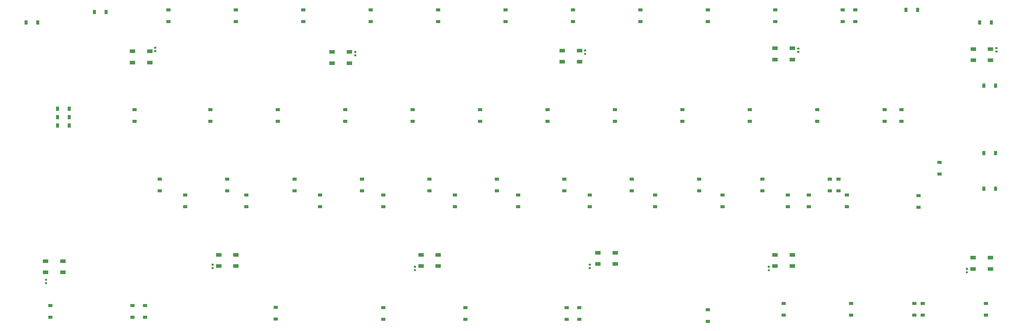
<source format=gbp>
G04 #@! TF.GenerationSoftware,KiCad,Pcbnew,(5.1.8-0-10_14)*
G04 #@! TF.CreationDate,2021-09-26T01:44:44+09:00*
G04 #@! TF.ProjectId,ts69v3,74733639-7633-42e6-9b69-6361645f7063,rev?*
G04 #@! TF.SameCoordinates,Original*
G04 #@! TF.FileFunction,Paste,Bot*
G04 #@! TF.FilePolarity,Positive*
%FSLAX46Y46*%
G04 Gerber Fmt 4.6, Leading zero omitted, Abs format (unit mm)*
G04 Created by KiCad (PCBNEW (5.1.8-0-10_14)) date 2021-09-26 01:44:44*
%MOMM*%
%LPD*%
G01*
G04 APERTURE LIST*
%ADD10R,1.200000X0.900000*%
%ADD11R,1.500000X1.000000*%
%ADD12R,0.900000X1.200000*%
G04 APERTURE END LIST*
G36*
G01*
X46133029Y-38422744D02*
X46473029Y-38422744D01*
G75*
G02*
X46613029Y-38562744I0J-140000D01*
G01*
X46613029Y-38842744D01*
G75*
G02*
X46473029Y-38982744I-140000J0D01*
G01*
X46133029Y-38982744D01*
G75*
G02*
X45993029Y-38842744I0J140000D01*
G01*
X45993029Y-38562744D01*
G75*
G02*
X46133029Y-38422744I140000J0D01*
G01*
G37*
G36*
G01*
X46133029Y-39382744D02*
X46473029Y-39382744D01*
G75*
G02*
X46613029Y-39522744I0J-140000D01*
G01*
X46613029Y-39802744D01*
G75*
G02*
X46473029Y-39942744I-140000J0D01*
G01*
X46133029Y-39942744D01*
G75*
G02*
X45993029Y-39802744I0J140000D01*
G01*
X45993029Y-39522744D01*
G75*
G02*
X46133029Y-39382744I140000J0D01*
G01*
G37*
D10*
X88106324Y-31279711D03*
X88106324Y-27979711D03*
X142875120Y-75876629D03*
X142875120Y-79176629D03*
D11*
X226287688Y-97221958D03*
X226287688Y-100421958D03*
X221387688Y-97221958D03*
X221387688Y-100421958D03*
X121375520Y-100421958D03*
X121375520Y-97221958D03*
X126275520Y-100421958D03*
X126275520Y-97221958D03*
D10*
X110728218Y-112190722D03*
X110728218Y-115490722D03*
X43457849Y-111595409D03*
X43457849Y-114895409D03*
X225028314Y-80367255D03*
X225028314Y-83667255D03*
D11*
X39885971Y-42862536D03*
X39885971Y-39662536D03*
X44785971Y-42862536D03*
X44785971Y-39662536D03*
D10*
X280987736Y-114300096D03*
X280987736Y-111000096D03*
D12*
X280392423Y-78581316D03*
X283692423Y-78581316D03*
X280392423Y-49410979D03*
X283692423Y-49410979D03*
X279201797Y-31551589D03*
X282501797Y-31551589D03*
D10*
X263128346Y-111000096D03*
X263128346Y-114300096D03*
X261937720Y-83803194D03*
X261937720Y-80503194D03*
X267890850Y-71114125D03*
X267890850Y-74414125D03*
X257175216Y-56231250D03*
X257175216Y-59531250D03*
D12*
X261665842Y-27979711D03*
X258365842Y-27979711D03*
D10*
X260746875Y-114300096D03*
X260746875Y-111000096D03*
X244078330Y-27979711D03*
X244078330Y-31279711D03*
X242887500Y-111000000D03*
X242887500Y-114300000D03*
X236934574Y-75876629D03*
X236934574Y-79176629D03*
X252412500Y-56231300D03*
X252412500Y-59531300D03*
X240506452Y-31279711D03*
X240506452Y-27979711D03*
X223837500Y-114300096D03*
X223837500Y-111000096D03*
X233362696Y-59531300D03*
X233362696Y-56231300D03*
X221456436Y-27979711D03*
X221456436Y-31279711D03*
X202406420Y-112786035D03*
X202406420Y-116086035D03*
X206573611Y-83667255D03*
X206573611Y-80367255D03*
X217884558Y-75876629D03*
X217884558Y-79176629D03*
X214312500Y-56231250D03*
X214312500Y-59531250D03*
X202406420Y-31279711D03*
X202406420Y-27979711D03*
X187523595Y-80367255D03*
X187523595Y-83667255D03*
X200025168Y-79176629D03*
X200025168Y-75876629D03*
X195262664Y-59531300D03*
X195262664Y-56231300D03*
X183356404Y-27979711D03*
X183356404Y-31279711D03*
X162520449Y-112190722D03*
X162520449Y-115490722D03*
X169068892Y-83667255D03*
X169068892Y-80367255D03*
X180975000Y-75876629D03*
X180975000Y-79176629D03*
X176212500Y-56231250D03*
X176212500Y-59531250D03*
X164306388Y-27979711D03*
X164306388Y-31279711D03*
X148828250Y-80367255D03*
X148828250Y-83667255D03*
X161925136Y-79176629D03*
X161925136Y-75876629D03*
X157162632Y-59531300D03*
X157162632Y-56231300D03*
X145256372Y-27979711D03*
X145256372Y-31279711D03*
X130968860Y-83667255D03*
X130968860Y-80367255D03*
X138112616Y-56231300D03*
X138112616Y-59531300D03*
X126206356Y-31279711D03*
X126206356Y-27979711D03*
X110728218Y-80367255D03*
X110728218Y-83667255D03*
X123825104Y-79176629D03*
X123825104Y-75876629D03*
X119062500Y-59531300D03*
X119062500Y-56231300D03*
X107156340Y-27979711D03*
X107156340Y-31279711D03*
X92868828Y-83667255D03*
X92868828Y-80367255D03*
X104775000Y-75876629D03*
X104775000Y-79176629D03*
X100012500Y-56231250D03*
X100012500Y-59531250D03*
X72032873Y-80367255D03*
X72032873Y-83667255D03*
X85725072Y-79176629D03*
X85725072Y-75876629D03*
X80962568Y-59531300D03*
X80962568Y-56231300D03*
X69056308Y-27979711D03*
X69056308Y-31279711D03*
X54768796Y-83667255D03*
X54768796Y-80367255D03*
X66675056Y-75876629D03*
X66675056Y-79176629D03*
X61912500Y-56231250D03*
X61912500Y-59531250D03*
X50006292Y-31279711D03*
X50006292Y-27979711D03*
X39885971Y-114895409D03*
X39885971Y-111595409D03*
X47625040Y-79176629D03*
X47625040Y-75876629D03*
X40481284Y-59531300D03*
X40481284Y-56231300D03*
D12*
X32470337Y-28575024D03*
X29170337Y-28575024D03*
D10*
X16668750Y-111595409D03*
X16668750Y-114895409D03*
D12*
X18726581Y-60721926D03*
X22026581Y-60721926D03*
X18726581Y-58340674D03*
X22026581Y-58340674D03*
X18726581Y-55959422D03*
X22026581Y-55959422D03*
X9796886Y-31551589D03*
X13096886Y-31551589D03*
D10*
X80367255Y-115354783D03*
X80367255Y-112054783D03*
X166092327Y-112190722D03*
X166092327Y-115490722D03*
D11*
X101203210Y-39885971D03*
X101203210Y-43085971D03*
X96303210Y-39885971D03*
X96303210Y-43085971D03*
X161261075Y-42676597D03*
X161261075Y-39476597D03*
X166161075Y-42676597D03*
X166161075Y-39476597D03*
X226288440Y-38881420D03*
X226288440Y-42081420D03*
X221388440Y-38881420D03*
X221388440Y-42081420D03*
X277415858Y-42267223D03*
X277415858Y-39067223D03*
X282315858Y-42267223D03*
X282315858Y-39067223D03*
X277347110Y-101203210D03*
X277347110Y-98003210D03*
X282247110Y-101203210D03*
X282247110Y-98003210D03*
X171381396Y-99826645D03*
X171381396Y-96626645D03*
X176281396Y-99826645D03*
X176281396Y-96626645D03*
X69125056Y-97221958D03*
X69125056Y-100421958D03*
X64225056Y-97221958D03*
X64225056Y-100421958D03*
X15340710Y-102207897D03*
X15340710Y-99007897D03*
X20240710Y-102207897D03*
X20240710Y-99007897D03*
D12*
X283692423Y-68460995D03*
X280392423Y-68460995D03*
D10*
X241697078Y-83667255D03*
X241697078Y-80367255D03*
X133945425Y-115490722D03*
X133945425Y-112190722D03*
G36*
G01*
X103002285Y-41130030D02*
X102662285Y-41130030D01*
G75*
G02*
X102522285Y-40990030I0J140000D01*
G01*
X102522285Y-40710030D01*
G75*
G02*
X102662285Y-40570030I140000J0D01*
G01*
X103002285Y-40570030D01*
G75*
G02*
X103142285Y-40710030I0J-140000D01*
G01*
X103142285Y-40990030D01*
G75*
G02*
X103002285Y-41130030I-140000J0D01*
G01*
G37*
G36*
G01*
X103002285Y-40170030D02*
X102662285Y-40170030D01*
G75*
G02*
X102522285Y-40030030I0J140000D01*
G01*
X102522285Y-39750030D01*
G75*
G02*
X102662285Y-39610030I140000J0D01*
G01*
X103002285Y-39610030D01*
G75*
G02*
X103142285Y-39750030I0J-140000D01*
G01*
X103142285Y-40030030D01*
G75*
G02*
X103002285Y-40170030I-140000J0D01*
G01*
G37*
G36*
G01*
X284134301Y-40050658D02*
X283794301Y-40050658D01*
G75*
G02*
X283654301Y-39910658I0J140000D01*
G01*
X283654301Y-39630658D01*
G75*
G02*
X283794301Y-39490658I140000J0D01*
G01*
X284134301Y-39490658D01*
G75*
G02*
X284274301Y-39630658I0J-140000D01*
G01*
X284274301Y-39910658D01*
G75*
G02*
X284134301Y-40050658I-140000J0D01*
G01*
G37*
G36*
G01*
X284134301Y-39090658D02*
X283794301Y-39090658D01*
G75*
G02*
X283654301Y-38950658I0J140000D01*
G01*
X283654301Y-38670658D01*
G75*
G02*
X283794301Y-38530658I140000J0D01*
G01*
X284134301Y-38530658D01*
G75*
G02*
X284274301Y-38670658I0J-140000D01*
G01*
X284274301Y-38950658D01*
G75*
G02*
X284134301Y-39090658I-140000J0D01*
G01*
G37*
G36*
G01*
X275799919Y-102443210D02*
X275459919Y-102443210D01*
G75*
G02*
X275319919Y-102303210I0J140000D01*
G01*
X275319919Y-102023210D01*
G75*
G02*
X275459919Y-101883210I140000J0D01*
G01*
X275799919Y-101883210D01*
G75*
G02*
X275939919Y-102023210I0J-140000D01*
G01*
X275939919Y-102303210D01*
G75*
G02*
X275799919Y-102443210I-140000J0D01*
G01*
G37*
G36*
G01*
X275799919Y-101483210D02*
X275459919Y-101483210D01*
G75*
G02*
X275319919Y-101343210I0J140000D01*
G01*
X275319919Y-101063210D01*
G75*
G02*
X275459919Y-100923210I140000J0D01*
G01*
X275799919Y-100923210D01*
G75*
G02*
X275939919Y-101063210I0J-140000D01*
G01*
X275939919Y-101343210D01*
G75*
G02*
X275799919Y-101483210I-140000J0D01*
G01*
G37*
G36*
G01*
X219840497Y-101847897D02*
X219500497Y-101847897D01*
G75*
G02*
X219360497Y-101707897I0J140000D01*
G01*
X219360497Y-101427897D01*
G75*
G02*
X219500497Y-101287897I140000J0D01*
G01*
X219840497Y-101287897D01*
G75*
G02*
X219980497Y-101427897I0J-140000D01*
G01*
X219980497Y-101707897D01*
G75*
G02*
X219840497Y-101847897I-140000J0D01*
G01*
G37*
G36*
G01*
X219840497Y-100887897D02*
X219500497Y-100887897D01*
G75*
G02*
X219360497Y-100747897I0J140000D01*
G01*
X219360497Y-100467897D01*
G75*
G02*
X219500497Y-100327897I140000J0D01*
G01*
X219840497Y-100327897D01*
G75*
G02*
X219980497Y-100467897I0J-140000D01*
G01*
X219980497Y-100747897D01*
G75*
G02*
X219840497Y-100887897I-140000J0D01*
G01*
G37*
G36*
G01*
X169238892Y-100292584D02*
X168898892Y-100292584D01*
G75*
G02*
X168758892Y-100152584I0J140000D01*
G01*
X168758892Y-99872584D01*
G75*
G02*
X168898892Y-99732584I140000J0D01*
G01*
X169238892Y-99732584D01*
G75*
G02*
X169378892Y-99872584I0J-140000D01*
G01*
X169378892Y-100152584D01*
G75*
G02*
X169238892Y-100292584I-140000J0D01*
G01*
G37*
G36*
G01*
X169238892Y-101252584D02*
X168898892Y-101252584D01*
G75*
G02*
X168758892Y-101112584I0J140000D01*
G01*
X168758892Y-100832584D01*
G75*
G02*
X168898892Y-100692584I140000J0D01*
G01*
X169238892Y-100692584D01*
G75*
G02*
X169378892Y-100832584I0J-140000D01*
G01*
X169378892Y-101112584D01*
G75*
G02*
X169238892Y-101252584I-140000J0D01*
G01*
G37*
G36*
G01*
X119827913Y-100887897D02*
X119487913Y-100887897D01*
G75*
G02*
X119347913Y-100747897I0J140000D01*
G01*
X119347913Y-100467897D01*
G75*
G02*
X119487913Y-100327897I140000J0D01*
G01*
X119827913Y-100327897D01*
G75*
G02*
X119967913Y-100467897I0J-140000D01*
G01*
X119967913Y-100747897D01*
G75*
G02*
X119827913Y-100887897I-140000J0D01*
G01*
G37*
G36*
G01*
X119827913Y-101847897D02*
X119487913Y-101847897D01*
G75*
G02*
X119347913Y-101707897I0J140000D01*
G01*
X119347913Y-101427897D01*
G75*
G02*
X119487913Y-101287897I140000J0D01*
G01*
X119827913Y-101287897D01*
G75*
G02*
X119967913Y-101427897I0J-140000D01*
G01*
X119967913Y-101707897D01*
G75*
G02*
X119827913Y-101847897I-140000J0D01*
G01*
G37*
G36*
G01*
X62677865Y-101252584D02*
X62337865Y-101252584D01*
G75*
G02*
X62197865Y-101112584I0J140000D01*
G01*
X62197865Y-100832584D01*
G75*
G02*
X62337865Y-100692584I140000J0D01*
G01*
X62677865Y-100692584D01*
G75*
G02*
X62817865Y-100832584I0J-140000D01*
G01*
X62817865Y-101112584D01*
G75*
G02*
X62677865Y-101252584I-140000J0D01*
G01*
G37*
G36*
G01*
X62677865Y-100292584D02*
X62337865Y-100292584D01*
G75*
G02*
X62197865Y-100152584I0J140000D01*
G01*
X62197865Y-99872584D01*
G75*
G02*
X62337865Y-99732584I140000J0D01*
G01*
X62677865Y-99732584D01*
G75*
G02*
X62817865Y-99872584I0J-140000D01*
G01*
X62817865Y-100152584D01*
G75*
G02*
X62677865Y-100292584I-140000J0D01*
G01*
G37*
G36*
G01*
X15648138Y-104575088D02*
X15308138Y-104575088D01*
G75*
G02*
X15168138Y-104435088I0J140000D01*
G01*
X15168138Y-104155088D01*
G75*
G02*
X15308138Y-104015088I140000J0D01*
G01*
X15648138Y-104015088D01*
G75*
G02*
X15788138Y-104155088I0J-140000D01*
G01*
X15788138Y-104435088D01*
G75*
G02*
X15648138Y-104575088I-140000J0D01*
G01*
G37*
G36*
G01*
X15648138Y-105535088D02*
X15308138Y-105535088D01*
G75*
G02*
X15168138Y-105395088I0J140000D01*
G01*
X15168138Y-105115088D01*
G75*
G02*
X15308138Y-104975088I140000J0D01*
G01*
X15648138Y-104975088D01*
G75*
G02*
X15788138Y-105115088I0J-140000D01*
G01*
X15788138Y-105395088D01*
G75*
G02*
X15648138Y-105535088I-140000J0D01*
G01*
G37*
G36*
G01*
X167917195Y-39756261D02*
X167577195Y-39756261D01*
G75*
G02*
X167437195Y-39616261I0J140000D01*
G01*
X167437195Y-39336261D01*
G75*
G02*
X167577195Y-39196261I140000J0D01*
G01*
X167917195Y-39196261D01*
G75*
G02*
X168057195Y-39336261I0J-140000D01*
G01*
X168057195Y-39616261D01*
G75*
G02*
X167917195Y-39756261I-140000J0D01*
G01*
G37*
G36*
G01*
X167917195Y-40716261D02*
X167577195Y-40716261D01*
G75*
G02*
X167437195Y-40576261I0J140000D01*
G01*
X167437195Y-40296261D01*
G75*
G02*
X167577195Y-40156261I140000J0D01*
G01*
X167917195Y-40156261D01*
G75*
G02*
X168057195Y-40296261I0J-140000D01*
G01*
X168057195Y-40576261D01*
G75*
G02*
X167917195Y-40716261I-140000J0D01*
G01*
G37*
G36*
G01*
X228174879Y-39205971D02*
X227834879Y-39205971D01*
G75*
G02*
X227694879Y-39065971I0J140000D01*
G01*
X227694879Y-38785971D01*
G75*
G02*
X227834879Y-38645971I140000J0D01*
G01*
X228174879Y-38645971D01*
G75*
G02*
X228314879Y-38785971I0J-140000D01*
G01*
X228314879Y-39065971D01*
G75*
G02*
X228174879Y-39205971I-140000J0D01*
G01*
G37*
G36*
G01*
X228174879Y-40165971D02*
X227834879Y-40165971D01*
G75*
G02*
X227694879Y-40025971I0J140000D01*
G01*
X227694879Y-39745971D01*
G75*
G02*
X227834879Y-39605971I140000J0D01*
G01*
X228174879Y-39605971D01*
G75*
G02*
X228314879Y-39745971I0J-140000D01*
G01*
X228314879Y-40025971D01*
G75*
G02*
X228174879Y-40165971I-140000J0D01*
G01*
G37*
X230981444Y-80367255D03*
X230981444Y-83667255D03*
X239315826Y-79176629D03*
X239315826Y-75876629D03*
M02*

</source>
